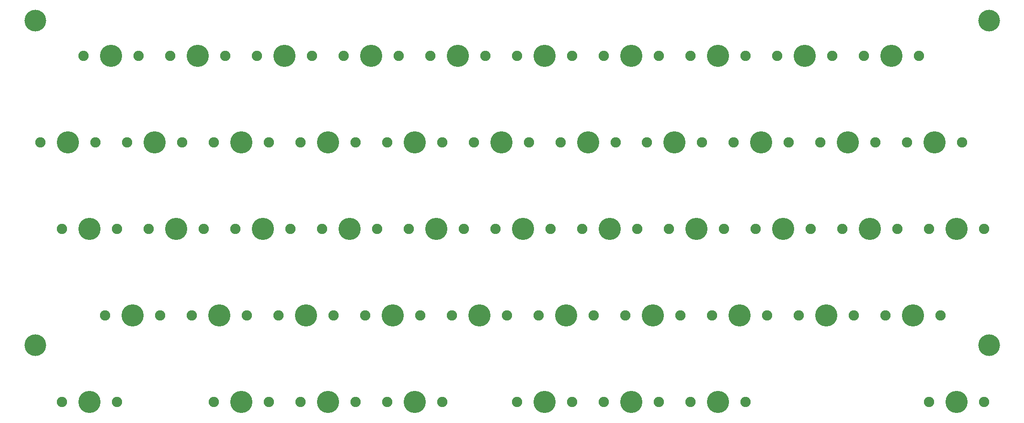
<source format=gbr>
%TF.GenerationSoftware,KiCad,Pcbnew,(5.1.9)-1*%
%TF.CreationDate,2021-02-12T02:56:52+09:00*%
%TF.ProjectId,yuiop50d,7975696f-7035-4306-942e-6b696361645f,rev?*%
%TF.SameCoordinates,Original*%
%TF.FileFunction,Soldermask,Top*%
%TF.FilePolarity,Negative*%
%FSLAX46Y46*%
G04 Gerber Fmt 4.6, Leading zero omitted, Abs format (unit mm)*
G04 Created by KiCad (PCBNEW (5.1.9)-1) date 2021-02-12 02:56:52*
%MOMM*%
%LPD*%
G01*
G04 APERTURE LIST*
%ADD10C,4.000000*%
%ADD11C,4.100000*%
%ADD12C,1.900000*%
G04 APERTURE END LIST*
D10*
%TO.C,HOLE4*%
X229000000Y-134000000D03*
%TD*%
%TO.C,HOLE3*%
X53000000Y-134000000D03*
%TD*%
%TO.C,HOLE2*%
X229000000Y-74000000D03*
%TD*%
%TO.C,HOLE1*%
X53000000Y-74000000D03*
%TD*%
D11*
%TO.C,SW1*%
X67000000Y-80500000D03*
D12*
X72080000Y-80500000D03*
X61920000Y-80500000D03*
%TD*%
D11*
%TO.C,SW2*%
X83000000Y-80500000D03*
D12*
X88080000Y-80500000D03*
X77920000Y-80500000D03*
%TD*%
D11*
%TO.C,SW3*%
X99000000Y-80500000D03*
D12*
X104080000Y-80500000D03*
X93920000Y-80500000D03*
%TD*%
D11*
%TO.C,SW4*%
X115000000Y-80500000D03*
D12*
X120080000Y-80500000D03*
X109920000Y-80500000D03*
%TD*%
%TO.C,SW5*%
X125920000Y-80500000D03*
X136080000Y-80500000D03*
D11*
X131000000Y-80500000D03*
%TD*%
D12*
%TO.C,SW6*%
X141920000Y-80500000D03*
X152080000Y-80500000D03*
D11*
X147000000Y-80500000D03*
%TD*%
%TO.C,SW7*%
X163000000Y-80500000D03*
D12*
X168080000Y-80500000D03*
X157920000Y-80500000D03*
%TD*%
%TO.C,SW8*%
X173920000Y-80500000D03*
X184080000Y-80500000D03*
D11*
X179000000Y-80500000D03*
%TD*%
D12*
%TO.C,SW9*%
X189920000Y-80500000D03*
X200080000Y-80500000D03*
D11*
X195000000Y-80500000D03*
%TD*%
D12*
%TO.C,SW10*%
X205920000Y-80500000D03*
X216080000Y-80500000D03*
D11*
X211000000Y-80500000D03*
%TD*%
D12*
%TO.C,SW11*%
X53920000Y-96500000D03*
X64080000Y-96500000D03*
D11*
X59000000Y-96500000D03*
%TD*%
D12*
%TO.C,SW12*%
X69920000Y-96500000D03*
X80080000Y-96500000D03*
D11*
X75000000Y-96500000D03*
%TD*%
%TO.C,SW13*%
X91000000Y-96500000D03*
D12*
X96080000Y-96500000D03*
X85920000Y-96500000D03*
%TD*%
D11*
%TO.C,SW14*%
X107000000Y-96500000D03*
D12*
X112080000Y-96500000D03*
X101920000Y-96500000D03*
%TD*%
%TO.C,SW15*%
X117920000Y-96500000D03*
X128080000Y-96500000D03*
D11*
X123000000Y-96500000D03*
%TD*%
D12*
%TO.C,SW16*%
X133920000Y-96500000D03*
X144080000Y-96500000D03*
D11*
X139000000Y-96500000D03*
%TD*%
D12*
%TO.C,SW17*%
X149920000Y-96500000D03*
X160080000Y-96500000D03*
D11*
X155000000Y-96500000D03*
%TD*%
%TO.C,SW18*%
X171000000Y-96500000D03*
D12*
X176080000Y-96500000D03*
X165920000Y-96500000D03*
%TD*%
D11*
%TO.C,SW19*%
X187000000Y-96500000D03*
D12*
X192080000Y-96500000D03*
X181920000Y-96500000D03*
%TD*%
%TO.C,SW20*%
X197920000Y-96500000D03*
X208080000Y-96500000D03*
D11*
X203000000Y-96500000D03*
%TD*%
%TO.C,SW21*%
X219000000Y-96500000D03*
D12*
X224080000Y-96500000D03*
X213920000Y-96500000D03*
%TD*%
D11*
%TO.C,SW22*%
X63000000Y-112500000D03*
D12*
X68080000Y-112500000D03*
X57920000Y-112500000D03*
%TD*%
%TO.C,SW23*%
X73920000Y-112500000D03*
X84080000Y-112500000D03*
D11*
X79000000Y-112500000D03*
%TD*%
D12*
%TO.C,SW24*%
X89920000Y-112500000D03*
X100080000Y-112500000D03*
D11*
X95000000Y-112500000D03*
%TD*%
%TO.C,SW25*%
X111000000Y-112500000D03*
D12*
X116080000Y-112500000D03*
X105920000Y-112500000D03*
%TD*%
D11*
%TO.C,SW26*%
X127000000Y-112500000D03*
D12*
X132080000Y-112500000D03*
X121920000Y-112500000D03*
%TD*%
%TO.C,SW27*%
X137920000Y-112500000D03*
X148080000Y-112500000D03*
D11*
X143000000Y-112500000D03*
%TD*%
%TO.C,SW28*%
X159000000Y-112500000D03*
D12*
X164080000Y-112500000D03*
X153920000Y-112500000D03*
%TD*%
D11*
%TO.C,SW29*%
X175000000Y-112500000D03*
D12*
X180080000Y-112500000D03*
X169920000Y-112500000D03*
%TD*%
%TO.C,SW30*%
X185920000Y-112500000D03*
X196080000Y-112500000D03*
D11*
X191000000Y-112500000D03*
%TD*%
D12*
%TO.C,SW31*%
X201920000Y-112500000D03*
X212080000Y-112500000D03*
D11*
X207000000Y-112500000D03*
%TD*%
%TO.C,SW32*%
X223000000Y-112500000D03*
D12*
X228080000Y-112500000D03*
X217920000Y-112500000D03*
%TD*%
%TO.C,SW33*%
X65920000Y-128500000D03*
X76080000Y-128500000D03*
D11*
X71000000Y-128500000D03*
%TD*%
%TO.C,SW34*%
X87000000Y-128500000D03*
D12*
X92080000Y-128500000D03*
X81920000Y-128500000D03*
%TD*%
%TO.C,SW35*%
X97920000Y-128500000D03*
X108080000Y-128500000D03*
D11*
X103000000Y-128500000D03*
%TD*%
%TO.C,SW36*%
X119000000Y-128500000D03*
D12*
X124080000Y-128500000D03*
X113920000Y-128500000D03*
%TD*%
%TO.C,SW37*%
X129920000Y-128500000D03*
X140080000Y-128500000D03*
D11*
X135000000Y-128500000D03*
%TD*%
D12*
%TO.C,SW38*%
X145920000Y-128500000D03*
X156080000Y-128500000D03*
D11*
X151000000Y-128500000D03*
%TD*%
%TO.C,SW39*%
X167000000Y-128500000D03*
D12*
X172080000Y-128500000D03*
X161920000Y-128500000D03*
%TD*%
D11*
%TO.C,SW40*%
X183000000Y-128500000D03*
D12*
X188080000Y-128500000D03*
X177920000Y-128500000D03*
%TD*%
%TO.C,SW41*%
X193920000Y-128500000D03*
X204080000Y-128500000D03*
D11*
X199000000Y-128500000D03*
%TD*%
%TO.C,SW42*%
X215000000Y-128500000D03*
D12*
X220080000Y-128500000D03*
X209920000Y-128500000D03*
%TD*%
%TO.C,SW43*%
X57920000Y-144500000D03*
X68080000Y-144500000D03*
D11*
X63000000Y-144500000D03*
%TD*%
D12*
%TO.C,SW44*%
X85920000Y-144500000D03*
X96080000Y-144500000D03*
D11*
X91000000Y-144500000D03*
%TD*%
%TO.C,SW45*%
X107000000Y-144500000D03*
D12*
X112080000Y-144500000D03*
X101920000Y-144500000D03*
%TD*%
%TO.C,SW46*%
X117920000Y-144500000D03*
X128080000Y-144500000D03*
D11*
X123000000Y-144500000D03*
%TD*%
%TO.C,SW47*%
X147000000Y-144500000D03*
D12*
X152080000Y-144500000D03*
X141920000Y-144500000D03*
%TD*%
%TO.C,SW48*%
X157920000Y-144500000D03*
X168080000Y-144500000D03*
D11*
X163000000Y-144500000D03*
%TD*%
%TO.C,SW49*%
X179000000Y-144500000D03*
D12*
X184080000Y-144500000D03*
X173920000Y-144500000D03*
%TD*%
D11*
%TO.C,SW50*%
X223000000Y-144500000D03*
D12*
X228080000Y-144500000D03*
X217920000Y-144500000D03*
%TD*%
M02*

</source>
